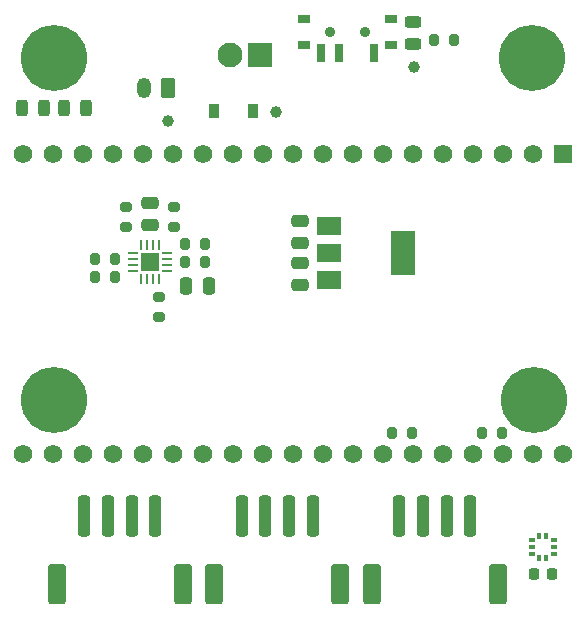
<source format=gbr>
%TF.GenerationSoftware,KiCad,Pcbnew,(6.0.8)*%
%TF.CreationDate,2023-01-25T20:09:53-08:00*%
%TF.ProjectId,GN-ESSP32,474e2d45-5353-4503-9332-2e6b69636164,rev?*%
%TF.SameCoordinates,Original*%
%TF.FileFunction,Soldermask,Top*%
%TF.FilePolarity,Negative*%
%FSLAX46Y46*%
G04 Gerber Fmt 4.6, Leading zero omitted, Abs format (unit mm)*
G04 Created by KiCad (PCBNEW (6.0.8)) date 2023-01-25 20:09:53*
%MOMM*%
%LPD*%
G01*
G04 APERTURE LIST*
G04 Aperture macros list*
%AMRoundRect*
0 Rectangle with rounded corners*
0 $1 Rounding radius*
0 $2 $3 $4 $5 $6 $7 $8 $9 X,Y pos of 4 corners*
0 Add a 4 corners polygon primitive as box body*
4,1,4,$2,$3,$4,$5,$6,$7,$8,$9,$2,$3,0*
0 Add four circle primitives for the rounded corners*
1,1,$1+$1,$2,$3*
1,1,$1+$1,$4,$5*
1,1,$1+$1,$6,$7*
1,1,$1+$1,$8,$9*
0 Add four rect primitives between the rounded corners*
20,1,$1+$1,$2,$3,$4,$5,0*
20,1,$1+$1,$4,$5,$6,$7,0*
20,1,$1+$1,$6,$7,$8,$9,0*
20,1,$1+$1,$8,$9,$2,$3,0*%
G04 Aperture macros list end*
%ADD10RoundRect,0.250000X0.350000X0.625000X-0.350000X0.625000X-0.350000X-0.625000X0.350000X-0.625000X0*%
%ADD11O,1.200000X1.750000*%
%ADD12C,1.000000*%
%ADD13RoundRect,0.200000X-0.200000X-0.275000X0.200000X-0.275000X0.200000X0.275000X-0.200000X0.275000X0*%
%ADD14RoundRect,0.250000X0.475000X-0.250000X0.475000X0.250000X-0.475000X0.250000X-0.475000X-0.250000X0*%
%ADD15R,1.560000X1.560000*%
%ADD16C,1.560000*%
%ADD17RoundRect,0.200000X0.200000X0.275000X-0.200000X0.275000X-0.200000X-0.275000X0.200000X-0.275000X0*%
%ADD18R,2.100000X2.100000*%
%ADD19C,2.100000*%
%ADD20C,3.600000*%
%ADD21C,5.600000*%
%ADD22RoundRect,0.200000X0.275000X-0.200000X0.275000X0.200000X-0.275000X0.200000X-0.275000X-0.200000X0*%
%ADD23RoundRect,0.243750X-0.243750X-0.456250X0.243750X-0.456250X0.243750X0.456250X-0.243750X0.456250X0*%
%ADD24R,2.000000X1.500000*%
%ADD25R,2.000000X3.800000*%
%ADD26RoundRect,0.250000X-0.250000X-0.475000X0.250000X-0.475000X0.250000X0.475000X-0.250000X0.475000X0*%
%ADD27R,0.900000X1.200000*%
%ADD28RoundRect,0.250000X-0.250000X-1.500000X0.250000X-1.500000X0.250000X1.500000X-0.250000X1.500000X0*%
%ADD29RoundRect,0.250001X-0.499999X-1.449999X0.499999X-1.449999X0.499999X1.449999X-0.499999X1.449999X0*%
%ADD30R,1.000000X0.800000*%
%ADD31C,0.900000*%
%ADD32R,0.700000X1.500000*%
%ADD33RoundRect,0.200000X-0.275000X0.200000X-0.275000X-0.200000X0.275000X-0.200000X0.275000X0.200000X0*%
%ADD34RoundRect,0.225000X-0.225000X-0.250000X0.225000X-0.250000X0.225000X0.250000X-0.225000X0.250000X0*%
%ADD35RoundRect,0.062500X-0.062500X0.375000X-0.062500X-0.375000X0.062500X-0.375000X0.062500X0.375000X0*%
%ADD36RoundRect,0.062500X-0.375000X0.062500X-0.375000X-0.062500X0.375000X-0.062500X0.375000X0.062500X0*%
%ADD37R,1.600000X1.600000*%
%ADD38RoundRect,0.243750X-0.456250X0.243750X-0.456250X-0.243750X0.456250X-0.243750X0.456250X0.243750X0*%
%ADD39RoundRect,0.100000X-0.100000X0.175000X-0.100000X-0.175000X0.100000X-0.175000X0.100000X0.175000X0*%
%ADD40RoundRect,0.100000X-0.175000X0.100000X-0.175000X-0.100000X0.175000X-0.100000X0.175000X0.100000X0*%
G04 APERTURE END LIST*
D10*
%TO.C,J5*%
X151892000Y-82804000D03*
D11*
X149892000Y-82804000D03*
%TD*%
D12*
%TO.C,TP1*%
X161036000Y-84836000D03*
%TD*%
D13*
%TO.C,R8*%
X145733000Y-97282000D03*
X147383000Y-97282000D03*
%TD*%
%TO.C,R1*%
X170879000Y-112014000D03*
X172529000Y-112014000D03*
%TD*%
D14*
%TO.C,C3*%
X150368000Y-94422000D03*
X150368000Y-92522000D03*
%TD*%
D15*
%TO.C,U4*%
X185368000Y-88392000D03*
D16*
X182828000Y-88392000D03*
X180288000Y-88392000D03*
X177748000Y-88392000D03*
X175208000Y-88392000D03*
X172668000Y-88392000D03*
X170128000Y-88392000D03*
X167588000Y-88392000D03*
X165048000Y-88392000D03*
X162508000Y-88392000D03*
X159968000Y-88392000D03*
X157428000Y-88392000D03*
X154888000Y-88392000D03*
X152348000Y-88392000D03*
X149808000Y-88392000D03*
X147268000Y-88392000D03*
X144728000Y-88392000D03*
X142188000Y-88392000D03*
X139648000Y-88392000D03*
X185368000Y-113792000D03*
X182828000Y-113792000D03*
X180288000Y-113792000D03*
X177748000Y-113792000D03*
X175208000Y-113792000D03*
X172668000Y-113792000D03*
X170128000Y-113792000D03*
X167588000Y-113792000D03*
X165048000Y-113792000D03*
X162508000Y-113792000D03*
X159968000Y-113792000D03*
X157428000Y-113792000D03*
X154888000Y-113792000D03*
X152348000Y-113792000D03*
X149808000Y-113792000D03*
X147268000Y-113792000D03*
X144728000Y-113792000D03*
X142188000Y-113792000D03*
X139648000Y-113792000D03*
%TD*%
D12*
%TO.C,TP2*%
X151892000Y-85598000D03*
%TD*%
D17*
%TO.C,R10*%
X176085000Y-78740000D03*
X174435000Y-78740000D03*
%TD*%
D18*
%TO.C,J4*%
X159737596Y-80010000D03*
D19*
X157197596Y-80010000D03*
%TD*%
D20*
%TO.C,H2*%
X182880000Y-109220000D03*
D21*
X182880000Y-109220000D03*
%TD*%
D22*
%TO.C,R6*%
X148336000Y-94551000D03*
X148336000Y-92901000D03*
%TD*%
D12*
%TO.C,TP3*%
X172720000Y-81026000D03*
%TD*%
D13*
%TO.C,R5*%
X153353000Y-97536000D03*
X155003000Y-97536000D03*
%TD*%
D23*
%TO.C,D3*%
X143067054Y-84503666D03*
X144942054Y-84503666D03*
%TD*%
D24*
%TO.C,U3*%
X165506000Y-94474000D03*
X165506000Y-96774000D03*
D25*
X171806000Y-96774000D03*
D24*
X165506000Y-99074000D03*
%TD*%
D26*
%TO.C,C1*%
X153448336Y-99573820D03*
X155348336Y-99573820D03*
%TD*%
D13*
%TO.C,R7*%
X145733000Y-98806000D03*
X147383000Y-98806000D03*
%TD*%
D27*
%TO.C,D1*%
X155830000Y-84774016D03*
X159130000Y-84774016D03*
%TD*%
D22*
%TO.C,R9*%
X152400000Y-94551000D03*
X152400000Y-92901000D03*
%TD*%
D21*
%TO.C,H1*%
X182705682Y-80264000D03*
D20*
X182705682Y-80264000D03*
%TD*%
D13*
%TO.C,R2*%
X178499000Y-112014000D03*
X180149000Y-112014000D03*
%TD*%
D14*
%TO.C,C5*%
X163068000Y-95946000D03*
X163068000Y-94046000D03*
%TD*%
D28*
%TO.C,J2*%
X158163000Y-119070000D03*
X160163000Y-119070000D03*
X162163000Y-119070000D03*
X164163000Y-119070000D03*
D29*
X155813000Y-124820000D03*
X166513000Y-124820000D03*
%TD*%
D30*
%TO.C,SW1*%
X163453596Y-79180024D03*
X170753596Y-79180024D03*
X163453596Y-76970024D03*
D31*
X165603596Y-78070024D03*
X168603596Y-78070024D03*
D30*
X170753596Y-76970024D03*
D32*
X169353596Y-79830024D03*
X166353596Y-79830024D03*
X164853596Y-79830024D03*
%TD*%
D21*
%TO.C,H3*%
X142240000Y-109220000D03*
D20*
X142240000Y-109220000D03*
%TD*%
D28*
%TO.C,J1*%
X171498000Y-119070000D03*
X173498000Y-119070000D03*
X175498000Y-119070000D03*
X177498000Y-119070000D03*
D29*
X179848000Y-124820000D03*
X169148000Y-124820000D03*
%TD*%
D33*
%TO.C,R3*%
X151130000Y-100521000D03*
X151130000Y-102171000D03*
%TD*%
D34*
%TO.C,C6*%
X182867898Y-123965712D03*
X184417898Y-123965712D03*
%TD*%
D35*
%TO.C,U2*%
X151118000Y-96098500D03*
X150618000Y-96098500D03*
X150118000Y-96098500D03*
X149618000Y-96098500D03*
D36*
X148930500Y-96786000D03*
X148930500Y-97286000D03*
X148930500Y-97786000D03*
X148930500Y-98286000D03*
D35*
X149618000Y-98973500D03*
X150118000Y-98973500D03*
X150618000Y-98973500D03*
X151118000Y-98973500D03*
D36*
X151805500Y-98286000D03*
X151805500Y-97786000D03*
X151805500Y-97286000D03*
X151805500Y-96786000D03*
D37*
X150368000Y-97536000D03*
%TD*%
D38*
%TO.C,D4*%
X172691596Y-77241524D03*
X172691596Y-79116524D03*
%TD*%
D23*
%TO.C,D2*%
X139511054Y-84503666D03*
X141386054Y-84503666D03*
%TD*%
D28*
%TO.C,J3*%
X144828000Y-119070000D03*
X146828000Y-119070000D03*
X148828000Y-119070000D03*
X150828000Y-119070000D03*
D29*
X153178000Y-124820000D03*
X142478000Y-124820000D03*
%TD*%
D14*
%TO.C,C4*%
X163068000Y-99502000D03*
X163068000Y-97602000D03*
%TD*%
D39*
%TO.C,U1*%
X183942000Y-120741000D03*
X183342000Y-120741000D03*
D40*
X182717000Y-121066000D03*
X182717000Y-121666000D03*
X182717000Y-122266000D03*
D39*
X183342000Y-122591000D03*
X183942000Y-122591000D03*
D40*
X184567000Y-122266000D03*
X184567000Y-121666000D03*
X184567000Y-121066000D03*
%TD*%
D13*
%TO.C,R4*%
X153353000Y-96012000D03*
X155003000Y-96012000D03*
%TD*%
D21*
%TO.C,H4*%
X142240000Y-80264000D03*
D20*
X142240000Y-80264000D03*
%TD*%
M02*

</source>
